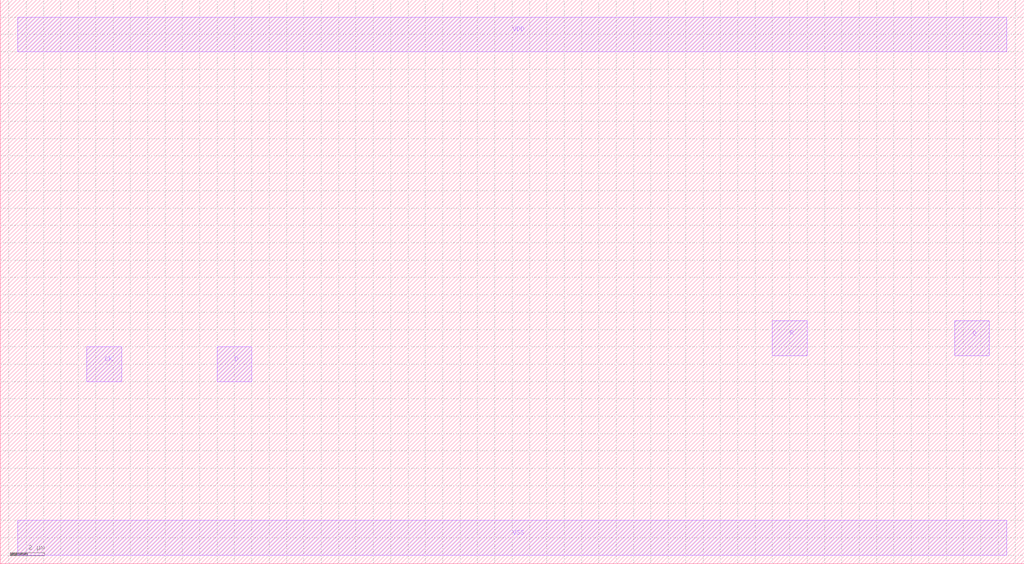
<source format=lef>
# C:/Users/akita/Documents/rff1m2.lef
# Created by Glade release version 4.7.35 compiled on May 19 2020 19:14:35
# Run by akita on host LAPTOP-E0CJ65QR at Wed Jun  3 17:44:19 2020

VERSION 5.6 ;
NAMESCASESENSITIVE ON ;
BUSBITCHARS "[]" ;
DIVIDERCHAR "/"  ;
UNITS
    DATABASE MICRONS 1000 ;
END UNITS

MACRO rff1m2
    CLASS core ;
    FOREIGN rff1m2 -1.500 -1.500 ;
    ORIGIN 1.500 1.500 ;
    SIZE 59.000 BY 32.500 ;
    PIN CK
        DIRECTION INPUT ;
        USE SIGNAL ;
        PORT
        LAYER ML1 ;
        RECT 3.500 9.000 5.500 11.000 ;
        END
    END CK
    PIN R
        DIRECTION INPUT ;
        USE SIGNAL ;
        PORT
        LAYER ML1 ;
        RECT 43.000 10.500 45.000 12.500 ;
        END
    END R
    PIN Q
        DIRECTION OUTPUT ;
        USE SIGNAL ;
        PORT
        LAYER ML1 ;
        RECT 53.500 10.500 55.500 12.500 ;
        END
    END Q
    PIN VDD
        DIRECTION INOUT ;
        USE POWER ;
        PORT
        LAYER ML1 ;
        RECT -0.500 28.000 56.500 30.000 ;
        END
    END VDD
    PIN D
        DIRECTION INPUT ;
        USE POWER ;
        PORT
        LAYER ML1 ;
        RECT 11.000 9.000 13.000 11.000 ;
        END
    END D
    PIN VSS
        DIRECTION INOUT ;
        USE GROUND ;
        PORT
        LAYER ML1 ;
        RECT -0.500 -1.000 56.500 1.000 ;
        END
    END VSS
    OBS
    END
END rff1m2

END LIBRARY

</source>
